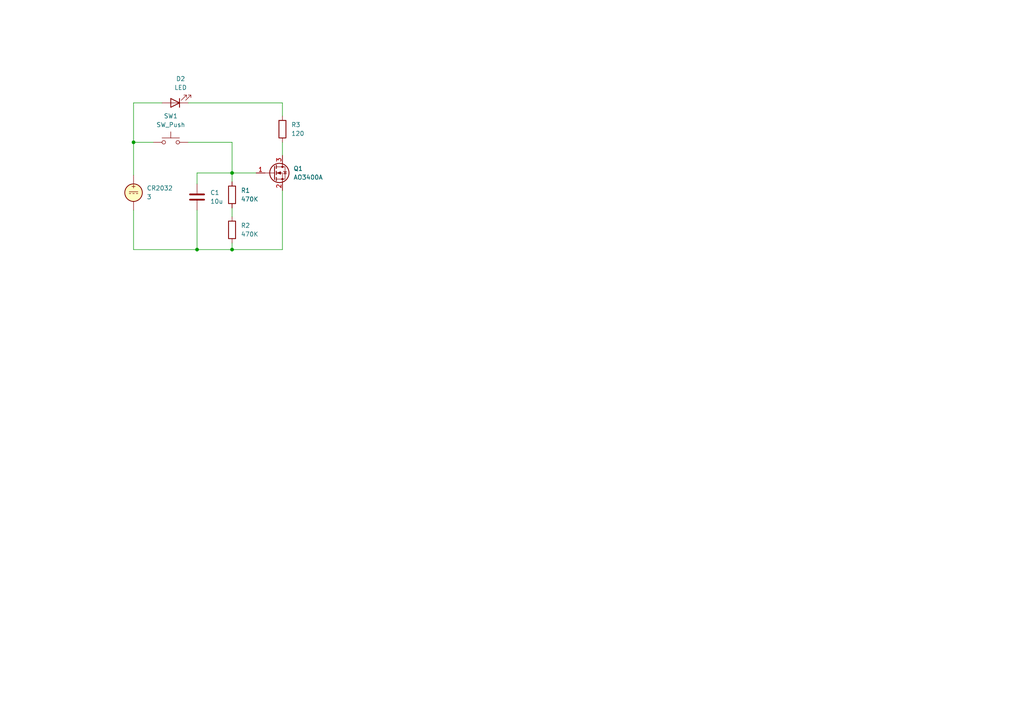
<source format=kicad_sch>
(kicad_sch (version 20230121) (generator eeschema)

  (uuid f431a4f4-d899-4aaa-bff5-9fcf037c0731)

  (paper "A4")

  (lib_symbols
    (symbol "Device:C" (pin_numbers hide) (pin_names (offset 0.254)) (in_bom yes) (on_board yes)
      (property "Reference" "C" (at 0.635 2.54 0)
        (effects (font (size 1.27 1.27)) (justify left))
      )
      (property "Value" "C" (at 0.635 -2.54 0)
        (effects (font (size 1.27 1.27)) (justify left))
      )
      (property "Footprint" "" (at 0.9652 -3.81 0)
        (effects (font (size 1.27 1.27)) hide)
      )
      (property "Datasheet" "~" (at 0 0 0)
        (effects (font (size 1.27 1.27)) hide)
      )
      (property "ki_keywords" "cap capacitor" (at 0 0 0)
        (effects (font (size 1.27 1.27)) hide)
      )
      (property "ki_description" "Unpolarized capacitor" (at 0 0 0)
        (effects (font (size 1.27 1.27)) hide)
      )
      (property "ki_fp_filters" "C_*" (at 0 0 0)
        (effects (font (size 1.27 1.27)) hide)
      )
      (symbol "C_0_1"
        (polyline
          (pts
            (xy -2.032 -0.762)
            (xy 2.032 -0.762)
          )
          (stroke (width 0.508) (type default))
          (fill (type none))
        )
        (polyline
          (pts
            (xy -2.032 0.762)
            (xy 2.032 0.762)
          )
          (stroke (width 0.508) (type default))
          (fill (type none))
        )
      )
      (symbol "C_1_1"
        (pin passive line (at 0 3.81 270) (length 2.794)
          (name "~" (effects (font (size 1.27 1.27))))
          (number "1" (effects (font (size 1.27 1.27))))
        )
        (pin passive line (at 0 -3.81 90) (length 2.794)
          (name "~" (effects (font (size 1.27 1.27))))
          (number "2" (effects (font (size 1.27 1.27))))
        )
      )
    )
    (symbol "Device:LED" (pin_numbers hide) (pin_names (offset 1.016) hide) (in_bom yes) (on_board yes)
      (property "Reference" "D" (at 0 2.54 0)
        (effects (font (size 1.27 1.27)))
      )
      (property "Value" "LED" (at 0 -2.54 0)
        (effects (font (size 1.27 1.27)))
      )
      (property "Footprint" "" (at 0 0 0)
        (effects (font (size 1.27 1.27)) hide)
      )
      (property "Datasheet" "~" (at 0 0 0)
        (effects (font (size 1.27 1.27)) hide)
      )
      (property "ki_keywords" "LED diode" (at 0 0 0)
        (effects (font (size 1.27 1.27)) hide)
      )
      (property "ki_description" "Light emitting diode" (at 0 0 0)
        (effects (font (size 1.27 1.27)) hide)
      )
      (property "ki_fp_filters" "LED* LED_SMD:* LED_THT:*" (at 0 0 0)
        (effects (font (size 1.27 1.27)) hide)
      )
      (symbol "LED_0_1"
        (polyline
          (pts
            (xy -1.27 -1.27)
            (xy -1.27 1.27)
          )
          (stroke (width 0.254) (type default))
          (fill (type none))
        )
        (polyline
          (pts
            (xy -1.27 0)
            (xy 1.27 0)
          )
          (stroke (width 0) (type default))
          (fill (type none))
        )
        (polyline
          (pts
            (xy 1.27 -1.27)
            (xy 1.27 1.27)
            (xy -1.27 0)
            (xy 1.27 -1.27)
          )
          (stroke (width 0.254) (type default))
          (fill (type none))
        )
        (polyline
          (pts
            (xy -3.048 -0.762)
            (xy -4.572 -2.286)
            (xy -3.81 -2.286)
            (xy -4.572 -2.286)
            (xy -4.572 -1.524)
          )
          (stroke (width 0) (type default))
          (fill (type none))
        )
        (polyline
          (pts
            (xy -1.778 -0.762)
            (xy -3.302 -2.286)
            (xy -2.54 -2.286)
            (xy -3.302 -2.286)
            (xy -3.302 -1.524)
          )
          (stroke (width 0) (type default))
          (fill (type none))
        )
      )
      (symbol "LED_1_1"
        (pin passive line (at -3.81 0 0) (length 2.54)
          (name "K" (effects (font (size 1.27 1.27))))
          (number "1" (effects (font (size 1.27 1.27))))
        )
        (pin passive line (at 3.81 0 180) (length 2.54)
          (name "A" (effects (font (size 1.27 1.27))))
          (number "2" (effects (font (size 1.27 1.27))))
        )
      )
    )
    (symbol "Device:R" (pin_numbers hide) (pin_names (offset 0)) (in_bom yes) (on_board yes)
      (property "Reference" "R" (at 2.032 0 90)
        (effects (font (size 1.27 1.27)))
      )
      (property "Value" "R" (at 0 0 90)
        (effects (font (size 1.27 1.27)))
      )
      (property "Footprint" "" (at -1.778 0 90)
        (effects (font (size 1.27 1.27)) hide)
      )
      (property "Datasheet" "~" (at 0 0 0)
        (effects (font (size 1.27 1.27)) hide)
      )
      (property "ki_keywords" "R res resistor" (at 0 0 0)
        (effects (font (size 1.27 1.27)) hide)
      )
      (property "ki_description" "Resistor" (at 0 0 0)
        (effects (font (size 1.27 1.27)) hide)
      )
      (property "ki_fp_filters" "R_*" (at 0 0 0)
        (effects (font (size 1.27 1.27)) hide)
      )
      (symbol "R_0_1"
        (rectangle (start -1.016 -2.54) (end 1.016 2.54)
          (stroke (width 0.254) (type default))
          (fill (type none))
        )
      )
      (symbol "R_1_1"
        (pin passive line (at 0 3.81 270) (length 1.27)
          (name "~" (effects (font (size 1.27 1.27))))
          (number "1" (effects (font (size 1.27 1.27))))
        )
        (pin passive line (at 0 -3.81 90) (length 1.27)
          (name "~" (effects (font (size 1.27 1.27))))
          (number "2" (effects (font (size 1.27 1.27))))
        )
      )
    )
    (symbol "Simulation_SPICE:VDC" (pin_numbers hide) (pin_names (offset 0.0254)) (in_bom yes) (on_board yes)
      (property "Reference" "V" (at 2.54 2.54 0)
        (effects (font (size 1.27 1.27)) (justify left))
      )
      (property "Value" "1" (at 2.54 0 0)
        (effects (font (size 1.27 1.27)) (justify left))
      )
      (property "Footprint" "" (at 0 0 0)
        (effects (font (size 1.27 1.27)) hide)
      )
      (property "Datasheet" "~" (at 0 0 0)
        (effects (font (size 1.27 1.27)) hide)
      )
      (property "Sim.Pins" "1=+ 2=-" (at 0 0 0)
        (effects (font (size 1.27 1.27)) hide)
      )
      (property "Sim.Type" "DC" (at 0 0 0)
        (effects (font (size 1.27 1.27)) hide)
      )
      (property "Sim.Device" "V" (at 0 0 0)
        (effects (font (size 1.27 1.27)) (justify left) hide)
      )
      (property "ki_keywords" "simulation" (at 0 0 0)
        (effects (font (size 1.27 1.27)) hide)
      )
      (property "ki_description" "Voltage source, DC" (at 0 0 0)
        (effects (font (size 1.27 1.27)) hide)
      )
      (symbol "VDC_0_0"
        (polyline
          (pts
            (xy -1.27 0.254)
            (xy 1.27 0.254)
          )
          (stroke (width 0) (type default))
          (fill (type none))
        )
        (polyline
          (pts
            (xy -0.762 -0.254)
            (xy -1.27 -0.254)
          )
          (stroke (width 0) (type default))
          (fill (type none))
        )
        (polyline
          (pts
            (xy 0.254 -0.254)
            (xy -0.254 -0.254)
          )
          (stroke (width 0) (type default))
          (fill (type none))
        )
        (polyline
          (pts
            (xy 1.27 -0.254)
            (xy 0.762 -0.254)
          )
          (stroke (width 0) (type default))
          (fill (type none))
        )
        (text "+" (at 0 1.905 0)
          (effects (font (size 1.27 1.27)))
        )
      )
      (symbol "VDC_0_1"
        (circle (center 0 0) (radius 2.54)
          (stroke (width 0.254) (type default))
          (fill (type background))
        )
      )
      (symbol "VDC_1_1"
        (pin passive line (at 0 5.08 270) (length 2.54)
          (name "~" (effects (font (size 1.27 1.27))))
          (number "1" (effects (font (size 1.27 1.27))))
        )
        (pin passive line (at 0 -5.08 90) (length 2.54)
          (name "~" (effects (font (size 1.27 1.27))))
          (number "2" (effects (font (size 1.27 1.27))))
        )
      )
    )
    (symbol "Switch:SW_Push" (pin_numbers hide) (pin_names (offset 1.016) hide) (in_bom yes) (on_board yes)
      (property "Reference" "SW" (at 1.27 2.54 0)
        (effects (font (size 1.27 1.27)) (justify left))
      )
      (property "Value" "SW_Push" (at 0 -1.524 0)
        (effects (font (size 1.27 1.27)))
      )
      (property "Footprint" "" (at 0 5.08 0)
        (effects (font (size 1.27 1.27)) hide)
      )
      (property "Datasheet" "~" (at 0 5.08 0)
        (effects (font (size 1.27 1.27)) hide)
      )
      (property "ki_keywords" "switch normally-open pushbutton push-button" (at 0 0 0)
        (effects (font (size 1.27 1.27)) hide)
      )
      (property "ki_description" "Push button switch, generic, two pins" (at 0 0 0)
        (effects (font (size 1.27 1.27)) hide)
      )
      (symbol "SW_Push_0_1"
        (circle (center -2.032 0) (radius 0.508)
          (stroke (width 0) (type default))
          (fill (type none))
        )
        (polyline
          (pts
            (xy 0 1.27)
            (xy 0 3.048)
          )
          (stroke (width 0) (type default))
          (fill (type none))
        )
        (polyline
          (pts
            (xy 2.54 1.27)
            (xy -2.54 1.27)
          )
          (stroke (width 0) (type default))
          (fill (type none))
        )
        (circle (center 2.032 0) (radius 0.508)
          (stroke (width 0) (type default))
          (fill (type none))
        )
        (pin passive line (at -5.08 0 0) (length 2.54)
          (name "1" (effects (font (size 1.27 1.27))))
          (number "1" (effects (font (size 1.27 1.27))))
        )
        (pin passive line (at 5.08 0 180) (length 2.54)
          (name "2" (effects (font (size 1.27 1.27))))
          (number "2" (effects (font (size 1.27 1.27))))
        )
      )
    )
    (symbol "Transistor_FET:AO3400A" (pin_names hide) (in_bom yes) (on_board yes)
      (property "Reference" "Q" (at 5.08 1.905 0)
        (effects (font (size 1.27 1.27)) (justify left))
      )
      (property "Value" "AO3400A" (at 5.08 0 0)
        (effects (font (size 1.27 1.27)) (justify left))
      )
      (property "Footprint" "Package_TO_SOT_SMD:SOT-23" (at 5.08 -1.905 0)
        (effects (font (size 1.27 1.27) italic) (justify left) hide)
      )
      (property "Datasheet" "http://www.aosmd.com/pdfs/datasheet/AO3400A.pdf" (at 0 0 0)
        (effects (font (size 1.27 1.27)) (justify left) hide)
      )
      (property "ki_keywords" "N-Channel MOSFET" (at 0 0 0)
        (effects (font (size 1.27 1.27)) hide)
      )
      (property "ki_description" "30V Vds, 5.7A Id, N-Channel MOSFET, SOT-23" (at 0 0 0)
        (effects (font (size 1.27 1.27)) hide)
      )
      (property "ki_fp_filters" "SOT?23*" (at 0 0 0)
        (effects (font (size 1.27 1.27)) hide)
      )
      (symbol "AO3400A_0_1"
        (polyline
          (pts
            (xy 0.254 0)
            (xy -2.54 0)
          )
          (stroke (width 0) (type default))
          (fill (type none))
        )
        (polyline
          (pts
            (xy 0.254 1.905)
            (xy 0.254 -1.905)
          )
          (stroke (width 0.254) (type default))
          (fill (type none))
        )
        (polyline
          (pts
            (xy 0.762 -1.27)
            (xy 0.762 -2.286)
          )
          (stroke (width 0.254) (type default))
          (fill (type none))
        )
        (polyline
          (pts
            (xy 0.762 0.508)
            (xy 0.762 -0.508)
          )
          (stroke (width 0.254) (type default))
          (fill (type none))
        )
        (polyline
          (pts
            (xy 0.762 2.286)
            (xy 0.762 1.27)
          )
          (stroke (width 0.254) (type default))
          (fill (type none))
        )
        (polyline
          (pts
            (xy 2.54 2.54)
            (xy 2.54 1.778)
          )
          (stroke (width 0) (type default))
          (fill (type none))
        )
        (polyline
          (pts
            (xy 2.54 -2.54)
            (xy 2.54 0)
            (xy 0.762 0)
          )
          (stroke (width 0) (type default))
          (fill (type none))
        )
        (polyline
          (pts
            (xy 0.762 -1.778)
            (xy 3.302 -1.778)
            (xy 3.302 1.778)
            (xy 0.762 1.778)
          )
          (stroke (width 0) (type default))
          (fill (type none))
        )
        (polyline
          (pts
            (xy 1.016 0)
            (xy 2.032 0.381)
            (xy 2.032 -0.381)
            (xy 1.016 0)
          )
          (stroke (width 0) (type default))
          (fill (type outline))
        )
        (polyline
          (pts
            (xy 2.794 0.508)
            (xy 2.921 0.381)
            (xy 3.683 0.381)
            (xy 3.81 0.254)
          )
          (stroke (width 0) (type default))
          (fill (type none))
        )
        (polyline
          (pts
            (xy 3.302 0.381)
            (xy 2.921 -0.254)
            (xy 3.683 -0.254)
            (xy 3.302 0.381)
          )
          (stroke (width 0) (type default))
          (fill (type none))
        )
        (circle (center 1.651 0) (radius 2.794)
          (stroke (width 0.254) (type default))
          (fill (type none))
        )
        (circle (center 2.54 -1.778) (radius 0.254)
          (stroke (width 0) (type default))
          (fill (type outline))
        )
        (circle (center 2.54 1.778) (radius 0.254)
          (stroke (width 0) (type default))
          (fill (type outline))
        )
      )
      (symbol "AO3400A_1_1"
        (pin input line (at -5.08 0 0) (length 2.54)
          (name "G" (effects (font (size 1.27 1.27))))
          (number "1" (effects (font (size 1.27 1.27))))
        )
        (pin passive line (at 2.54 -5.08 90) (length 2.54)
          (name "S" (effects (font (size 1.27 1.27))))
          (number "2" (effects (font (size 1.27 1.27))))
        )
        (pin passive line (at 2.54 5.08 270) (length 2.54)
          (name "D" (effects (font (size 1.27 1.27))))
          (number "3" (effects (font (size 1.27 1.27))))
        )
      )
    )
  )

  (junction (at 57.15 72.39) (diameter 0) (color 0 0 0 0)
    (uuid a066c676-4bfc-444d-9c8c-221c5d930b78)
  )
  (junction (at 38.735 41.275) (diameter 0) (color 0 0 0 0)
    (uuid c076ea36-1248-4077-ad86-21198a4369f1)
  )
  (junction (at 67.31 72.39) (diameter 0) (color 0 0 0 0)
    (uuid cce0c941-43f8-4ee7-b5da-f1967cf27e09)
  )
  (junction (at 67.31 50.165) (diameter 0) (color 0 0 0 0)
    (uuid fdb79a94-4389-4342-9a08-9773b391245e)
  )

  (wire (pts (xy 38.735 41.275) (xy 44.45 41.275))
    (stroke (width 0) (type default))
    (uuid 283aee80-0203-4393-bbf5-abf991ec224f)
  )
  (wire (pts (xy 67.31 50.165) (xy 74.295 50.165))
    (stroke (width 0) (type default))
    (uuid 32dcc922-b34b-4c24-af86-bb4e8c0fa817)
  )
  (wire (pts (xy 67.31 72.39) (xy 81.915 72.39))
    (stroke (width 0) (type default))
    (uuid 451173b7-8613-4861-837f-eb32bb5e0980)
  )
  (wire (pts (xy 38.735 41.275) (xy 38.735 29.845))
    (stroke (width 0) (type default))
    (uuid 4908c5e4-ddea-494c-ab0b-4b2d1ce5c31e)
  )
  (wire (pts (xy 38.735 60.96) (xy 38.735 72.39))
    (stroke (width 0) (type default))
    (uuid 60f27eba-caff-4f41-b9e0-e25392827ec6)
  )
  (wire (pts (xy 81.915 29.845) (xy 81.915 33.655))
    (stroke (width 0) (type default))
    (uuid 69466e4d-68f8-4cce-a716-a280c460c016)
  )
  (wire (pts (xy 38.735 72.39) (xy 57.15 72.39))
    (stroke (width 0) (type default))
    (uuid 6e400c39-f4ff-4fc2-9d94-2e318f60b441)
  )
  (wire (pts (xy 81.915 41.275) (xy 81.915 45.085))
    (stroke (width 0) (type default))
    (uuid 933df2f7-e039-484b-9357-362416650538)
  )
  (wire (pts (xy 57.15 53.34) (xy 57.15 50.165))
    (stroke (width 0) (type default))
    (uuid 9a195899-3519-4e5f-b7d7-357c61df490a)
  )
  (wire (pts (xy 67.31 50.165) (xy 67.31 52.705))
    (stroke (width 0) (type default))
    (uuid a77934b9-0502-42e6-ae6e-b2fd306fffeb)
  )
  (wire (pts (xy 67.31 70.485) (xy 67.31 72.39))
    (stroke (width 0) (type default))
    (uuid aaf89036-e5e7-411b-8e0f-bc41019b00d9)
  )
  (wire (pts (xy 57.15 72.39) (xy 67.31 72.39))
    (stroke (width 0) (type default))
    (uuid ad4296b6-76ae-4ac1-a157-357bb86d7958)
  )
  (wire (pts (xy 57.15 60.96) (xy 57.15 72.39))
    (stroke (width 0) (type default))
    (uuid bc2d3e65-d286-4ec8-9ebf-7b197b1331a0)
  )
  (wire (pts (xy 67.31 41.275) (xy 67.31 50.165))
    (stroke (width 0) (type default))
    (uuid c9f6dae8-e28b-4aea-80f7-9bdbbac0647c)
  )
  (wire (pts (xy 38.735 50.8) (xy 38.735 41.275))
    (stroke (width 0) (type default))
    (uuid cad3a277-48ce-4d22-890e-9f027bb2c0f6)
  )
  (wire (pts (xy 57.15 50.165) (xy 67.31 50.165))
    (stroke (width 0) (type default))
    (uuid d306c531-9f19-448b-a7c4-df87f27d0b6c)
  )
  (wire (pts (xy 54.61 41.275) (xy 67.31 41.275))
    (stroke (width 0) (type default))
    (uuid d9d0546b-7196-4c70-bd46-aa86ee1b9b6d)
  )
  (wire (pts (xy 81.915 55.245) (xy 81.915 72.39))
    (stroke (width 0) (type default))
    (uuid f3496b54-8d67-43b7-b6eb-d18aff83580f)
  )
  (wire (pts (xy 54.61 29.845) (xy 81.915 29.845))
    (stroke (width 0) (type default))
    (uuid f5ade0a9-8c11-47f8-ac17-c91f62beeb93)
  )
  (wire (pts (xy 38.735 29.845) (xy 46.99 29.845))
    (stroke (width 0) (type default))
    (uuid f5f076a9-deaf-4d5d-9bef-c476ee69a368)
  )
  (wire (pts (xy 67.31 60.325) (xy 67.31 62.865))
    (stroke (width 0) (type default))
    (uuid fa46d45a-9389-4531-8d92-054874d7e011)
  )

  (symbol (lib_id "Simulation_SPICE:VDC") (at 38.735 55.88 0) (unit 1)
    (in_bom yes) (on_board yes) (dnp no) (fields_autoplaced)
    (uuid 0434dea0-8b09-439c-9c44-d891544fea5e)
    (property "Reference" "CR2032" (at 42.545 54.5742 0)
      (effects (font (size 1.27 1.27)) (justify left))
    )
    (property "Value" "3" (at 42.545 57.1142 0)
      (effects (font (size 1.27 1.27)) (justify left))
    )
    (property "Footprint" "Battery:BatteryHolder_Keystone_3009_1x2450" (at 38.735 55.88 0)
      (effects (font (size 1.27 1.27)) hide)
    )
    (property "Datasheet" "~" (at 38.735 55.88 0)
      (effects (font (size 1.27 1.27)) hide)
    )
    (property "Sim.Pins" "1=+ 2=-" (at 38.735 55.88 0)
      (effects (font (size 1.27 1.27)) hide)
    )
    (property "Sim.Type" "DC" (at 38.735 55.88 0)
      (effects (font (size 1.27 1.27)) hide)
    )
    (property "Sim.Device" "V" (at 38.735 55.88 0)
      (effects (font (size 1.27 1.27)) (justify left) hide)
    )
    (property "LCSC" "C70380" (at 38.735 55.88 0)
      (effects (font (size 1.27 1.27)) hide)
    )
    (pin "1" (uuid f480b323-47cf-4338-ad8e-9ba65ecd5db8))
    (pin "2" (uuid ad9c977e-a6a1-45e8-a613-c6743612e37f))
    (instances
      (project "DelaySw"
        (path "/f431a4f4-d899-4aaa-bff5-9fcf037c0731"
          (reference "CR2032") (unit 1)
        )
      )
    )
  )

  (symbol (lib_id "Device:LED") (at 50.8 29.845 180) (unit 1)
    (in_bom yes) (on_board yes) (dnp no) (fields_autoplaced)
    (uuid 120b333a-e9eb-4e2e-9a24-7ddefe03d48f)
    (property "Reference" "D2" (at 52.3875 22.86 0)
      (effects (font (size 1.27 1.27)))
    )
    (property "Value" "LED" (at 52.3875 25.4 0)
      (effects (font (size 1.27 1.27)))
    )
    (property "Footprint" "LED_SMD:LED_PLCC_2835" (at 50.8 29.845 0)
      (effects (font (size 1.27 1.27)) hide)
    )
    (property "Datasheet" "~" (at 50.8 29.845 0)
      (effects (font (size 1.27 1.27)) hide)
    )
    (property "LCSC" "C516126" (at 50.8 29.845 0)
      (effects (font (size 1.27 1.27)) hide)
    )
    (pin "1" (uuid 4dd417a1-dac6-4c45-8161-8727326641d2))
    (pin "2" (uuid 09696b44-cf2c-4060-bfd8-8ea1606c6617))
    (instances
      (project "DelaySw"
        (path "/f431a4f4-d899-4aaa-bff5-9fcf037c0731"
          (reference "D2") (unit 1)
        )
      )
    )
  )

  (symbol (lib_id "Switch:SW_Push") (at 49.53 41.275 0) (unit 1)
    (in_bom yes) (on_board yes) (dnp no) (fields_autoplaced)
    (uuid 4a842d5a-063f-4a78-95c9-dd3935106567)
    (property "Reference" "SW1" (at 49.53 33.655 0)
      (effects (font (size 1.27 1.27)))
    )
    (property "Value" "SW_Push" (at 49.53 36.195 0)
      (effects (font (size 1.27 1.27)))
    )
    (property "Footprint" "Button_Switch_SMD:SW_Push_1P1T_XKB_TS-1187A" (at 49.53 36.195 0)
      (effects (font (size 1.27 1.27)) hide)
    )
    (property "Datasheet" "~" (at 49.53 36.195 0)
      (effects (font (size 1.27 1.27)) hide)
    )
    (property "LCSC" "C318884" (at 49.53 41.275 0)
      (effects (font (size 1.27 1.27)) hide)
    )
    (pin "1" (uuid c82a9c20-b1cc-4924-a2e9-86ed43769549))
    (pin "2" (uuid ca71f849-a0d0-46ec-bcdf-3b00aae61980))
    (instances
      (project "DelaySw"
        (path "/f431a4f4-d899-4aaa-bff5-9fcf037c0731"
          (reference "SW1") (unit 1)
        )
      )
    )
  )

  (symbol (lib_id "Transistor_FET:AO3400A") (at 79.375 50.165 0) (unit 1)
    (in_bom yes) (on_board yes) (dnp no) (fields_autoplaced)
    (uuid 8724816d-7761-4cfb-9df2-3a88eb1a5dfc)
    (property "Reference" "Q1" (at 85.09 48.895 0)
      (effects (font (size 1.27 1.27)) (justify left))
    )
    (property "Value" "AO3400A" (at 85.09 51.435 0)
      (effects (font (size 1.27 1.27)) (justify left))
    )
    (property "Footprint" "Package_TO_SOT_SMD:SOT-23" (at 84.455 52.07 0)
      (effects (font (size 1.27 1.27) italic) (justify left) hide)
    )
    (property "Datasheet" "http://www.aosmd.com/pdfs/datasheet/AO3400A.pdf" (at 79.375 50.165 0)
      (effects (font (size 1.27 1.27)) (justify left) hide)
    )
    (property "LCSC" "C91104" (at 79.375 50.165 0)
      (effects (font (size 1.27 1.27)) hide)
    )
    (pin "1" (uuid df5800a5-3ee0-4a3c-9a89-fc9bd61e07ae))
    (pin "2" (uuid 22396f4b-411f-4667-a476-74783bdc5108))
    (pin "3" (uuid 6d9b2e0b-b1d7-4e8f-9158-6b47a809c40e))
    (instances
      (project "DelaySw"
        (path "/f431a4f4-d899-4aaa-bff5-9fcf037c0731"
          (reference "Q1") (unit 1)
        )
      )
    )
  )

  (symbol (lib_id "Device:C") (at 57.15 57.15 0) (unit 1)
    (in_bom yes) (on_board yes) (dnp no) (fields_autoplaced)
    (uuid a4dad081-c500-4939-8014-18b8708a74ae)
    (property "Reference" "C1" (at 60.96 55.88 0)
      (effects (font (size 1.27 1.27)) (justify left))
    )
    (property "Value" "10u" (at 60.96 58.42 0)
      (effects (font (size 1.27 1.27)) (justify left))
    )
    (property "Footprint" "Capacitor_SMD:C_0805_2012Metric" (at 58.1152 60.96 0)
      (effects (font (size 1.27 1.27)) hide)
    )
    (property "Datasheet" "~" (at 57.15 57.15 0)
      (effects (font (size 1.27 1.27)) hide)
    )
    (property "LCSC" "C15850" (at 57.15 57.15 0)
      (effects (font (size 1.27 1.27)) hide)
    )
    (pin "1" (uuid b5d73619-57cf-4648-bf7d-feff1a97a775))
    (pin "2" (uuid 56f6ecae-df40-4b6d-a34e-32a684d4c5ce))
    (instances
      (project "DelaySw"
        (path "/f431a4f4-d899-4aaa-bff5-9fcf037c0731"
          (reference "C1") (unit 1)
        )
      )
    )
  )

  (symbol (lib_id "Device:R") (at 67.31 66.675 0) (unit 1)
    (in_bom yes) (on_board yes) (dnp no) (fields_autoplaced)
    (uuid a4ebe5ea-878f-4399-9630-fb8c2220d989)
    (property "Reference" "R2" (at 69.85 65.405 0)
      (effects (font (size 1.27 1.27)) (justify left))
    )
    (property "Value" "470K" (at 69.85 67.945 0)
      (effects (font (size 1.27 1.27)) (justify left))
    )
    (property "Footprint" "Resistor_SMD:R_0805_2012Metric" (at 65.532 66.675 90)
      (effects (font (size 1.27 1.27)) hide)
    )
    (property "Datasheet" "~" (at 67.31 66.675 0)
      (effects (font (size 1.27 1.27)) hide)
    )
    (property "LCSC" "C17709" (at 67.31 66.675 0)
      (effects (font (size 1.27 1.27)) hide)
    )
    (pin "1" (uuid 16fa4e18-0a73-47f1-842f-ec5481203988))
    (pin "2" (uuid 9a69dac9-2bf4-4f66-8981-0c88c7949896))
    (instances
      (project "DelaySw"
        (path "/f431a4f4-d899-4aaa-bff5-9fcf037c0731"
          (reference "R2") (unit 1)
        )
      )
    )
  )

  (symbol (lib_id "Device:R") (at 67.31 56.515 0) (unit 1)
    (in_bom yes) (on_board yes) (dnp no) (fields_autoplaced)
    (uuid b3e27105-115f-4eea-986a-c8c1947715be)
    (property "Reference" "R1" (at 69.85 55.245 0)
      (effects (font (size 1.27 1.27)) (justify left))
    )
    (property "Value" "470K" (at 69.85 57.785 0)
      (effects (font (size 1.27 1.27)) (justify left))
    )
    (property "Footprint" "Resistor_SMD:R_0805_2012Metric" (at 65.532 56.515 90)
      (effects (font (size 1.27 1.27)) hide)
    )
    (property "Datasheet" "~" (at 67.31 56.515 0)
      (effects (font (size 1.27 1.27)) hide)
    )
    (property "LCSC" "C17709" (at 67.31 56.515 0)
      (effects (font (size 1.27 1.27)) hide)
    )
    (pin "1" (uuid ea7e3bc6-6bdb-4829-8d41-c8cbb638ba85))
    (pin "2" (uuid fd556f33-d685-40ce-8f5f-7449de876ad2))
    (instances
      (project "DelaySw"
        (path "/f431a4f4-d899-4aaa-bff5-9fcf037c0731"
          (reference "R1") (unit 1)
        )
      )
    )
  )

  (symbol (lib_id "Device:R") (at 81.915 37.465 0) (unit 1)
    (in_bom yes) (on_board yes) (dnp no) (fields_autoplaced)
    (uuid fed06a67-925f-46fa-84b8-5a473aeb15e5)
    (property "Reference" "R3" (at 84.455 36.195 0)
      (effects (font (size 1.27 1.27)) (justify left))
    )
    (property "Value" "120" (at 84.455 38.735 0)
      (effects (font (size 1.27 1.27)) (justify left))
    )
    (property "Footprint" "Resistor_SMD:R_1206_3216Metric" (at 80.137 37.465 90)
      (effects (font (size 1.27 1.27)) hide)
    )
    (property "Datasheet" "~" (at 81.915 37.465 0)
      (effects (font (size 1.27 1.27)) hide)
    )
    (property "LCSC" "C17909" (at 81.915 37.465 0)
      (effects (font (size 1.27 1.27)) hide)
    )
    (pin "1" (uuid 8da8625d-46a6-4e8a-9dfe-138e355763ac))
    (pin "2" (uuid 9bd8086c-2c31-475b-9c67-c0d6a5d005a1))
    (instances
      (project "DelaySw"
        (path "/f431a4f4-d899-4aaa-bff5-9fcf037c0731"
          (reference "R3") (unit 1)
        )
      )
    )
  )

  (sheet_instances
    (path "/" (page "1"))
  )
)

</source>
